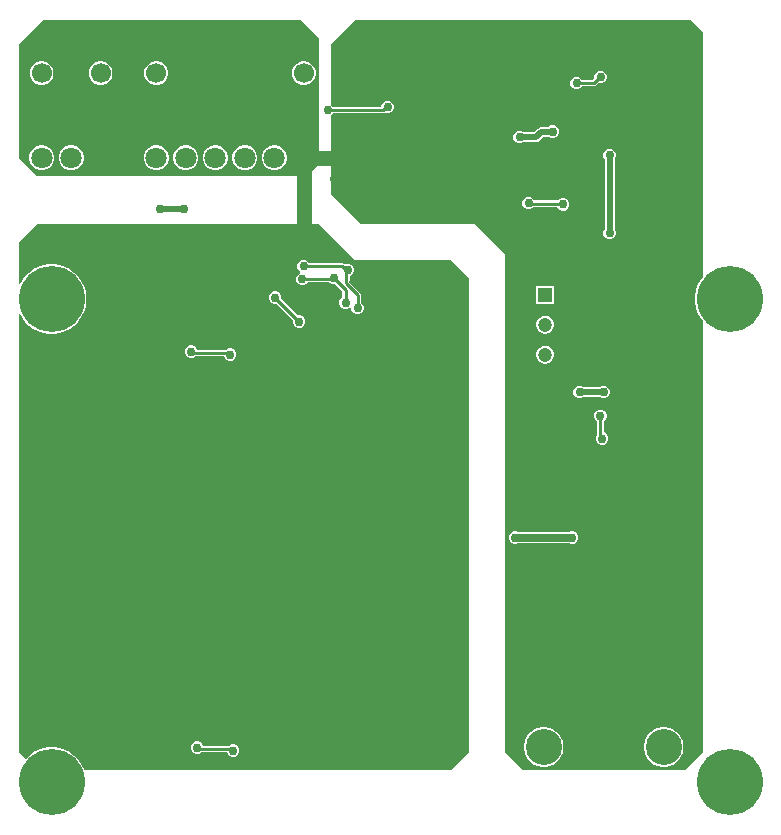
<source format=gbr>
%TF.GenerationSoftware,Altium Limited,Altium Designer,23.3.1 (30)*%
G04 Layer_Physical_Order=2*
G04 Layer_Color=16711680*
%FSLAX45Y45*%
%MOMM*%
%TF.SameCoordinates,6F745D81-4E65-4738-B163-C7EBCDBB3273*%
%TF.FilePolarity,Positive*%
%TF.FileFunction,Copper,L2,Bot,Signal*%
%TF.Part,Single*%
G01*
G75*
%TA.AperFunction,Conductor*%
%ADD28C,0.63500*%
%ADD29C,0.50800*%
%ADD30C,0.25400*%
%ADD32C,1.27000*%
%TA.AperFunction,ComponentPad*%
%ADD33C,1.40000*%
%ADD34R,1.40000X1.40000*%
%ADD35C,3.05000*%
%ADD36C,1.20000*%
%ADD37R,1.20000X1.20000*%
%ADD38C,1.70000*%
%ADD39C,1.80000*%
%TA.AperFunction,ViaPad*%
%ADD40C,5.58800*%
%ADD41C,1.27000*%
%ADD42C,0.76200*%
G36*
X14376401Y11023600D02*
X14376401Y8949630D01*
X14353001Y8917425D01*
X14331946Y8876102D01*
X14317615Y8831995D01*
X14310361Y8786189D01*
Y8739811D01*
X14317615Y8694005D01*
X14331946Y8649898D01*
X14353001Y8608575D01*
X14376401Y8576370D01*
X14376399Y4927599D01*
X14223999Y4775199D01*
X12852399Y4775200D01*
X12700000Y4927600D01*
Y9144000D01*
X12446000Y9398000D01*
X11480800D01*
X11226800Y9652000D01*
Y10315986D01*
X11231615Y10317981D01*
X11246619Y10332985D01*
X11247335Y10334713D01*
X11670252D01*
X11670254Y10334712D01*
X11681155Y10336881D01*
X11686406Y10340390D01*
X11698790Y10335260D01*
X11720010D01*
X11739615Y10343381D01*
X11754619Y10358385D01*
X11762740Y10377990D01*
Y10399210D01*
X11754619Y10418815D01*
X11739615Y10433819D01*
X11720010Y10441940D01*
X11698790D01*
X11679185Y10433819D01*
X11664181Y10418815D01*
X11656060Y10399210D01*
Y10391687D01*
X11247335D01*
X11246619Y10393415D01*
X11231615Y10408419D01*
X11226800Y10410414D01*
Y10922000D01*
X11430000Y11125200D01*
X14274800D01*
X14376401Y11023600D01*
D02*
G37*
G36*
X11125200Y10972800D02*
Y9906000D01*
X11023600Y9804400D01*
X8737600D01*
X8585200Y9956800D01*
Y10922000D01*
X8788400Y11125200D01*
X10972800D01*
X11125200Y10972800D01*
D02*
G37*
G36*
X11430000Y9093200D02*
X12242800D01*
X12395200Y8940800D01*
Y4927600D01*
X12242800Y4775200D01*
X9141391D01*
X9137654Y4786702D01*
X9116599Y4828025D01*
X9089339Y4865545D01*
X9056545Y4898339D01*
X9019025Y4925599D01*
X8977702Y4946654D01*
X8933595Y4960985D01*
X8887789Y4968240D01*
X8841411D01*
X8795605Y4960985D01*
X8751498Y4946654D01*
X8710175Y4925599D01*
X8672655Y4898339D01*
X8643558Y4869242D01*
X8585200Y4927600D01*
Y8634379D01*
X8597900Y8637428D01*
X8612601Y8608575D01*
X8639861Y8571055D01*
X8672655Y8538261D01*
X8710175Y8511001D01*
X8751498Y8489946D01*
X8795605Y8475615D01*
X8841411Y8468360D01*
X8887789D01*
X8933595Y8475615D01*
X8977702Y8489946D01*
X9019025Y8511001D01*
X9056545Y8538261D01*
X9089339Y8571055D01*
X9116599Y8608575D01*
X9137654Y8649898D01*
X9151985Y8694005D01*
X9159240Y8739811D01*
Y8786189D01*
X9151985Y8831995D01*
X9137654Y8876102D01*
X9116599Y8917425D01*
X9089339Y8954945D01*
X9056545Y8987739D01*
X9019025Y9014999D01*
X8977702Y9036054D01*
X8933595Y9050385D01*
X8887789Y9057640D01*
X8841411D01*
X8795605Y9050385D01*
X8751498Y9036054D01*
X8710175Y9014999D01*
X8672655Y8987739D01*
X8639861Y8954945D01*
X8612601Y8917425D01*
X8597900Y8888572D01*
X8585200Y8891621D01*
Y9245600D01*
X8737600Y9398000D01*
X11125200D01*
X11430000Y9093200D01*
D02*
G37*
%LPC*%
G36*
X13523410Y10695940D02*
X13502190D01*
X13482585Y10687819D01*
X13467581Y10672815D01*
X13459460Y10653210D01*
Y10635710D01*
X13444037Y10620287D01*
X13355534D01*
X13354819Y10622015D01*
X13339815Y10637019D01*
X13320210Y10645140D01*
X13298990D01*
X13279385Y10637019D01*
X13264381Y10622015D01*
X13256261Y10602410D01*
Y10581190D01*
X13264381Y10561585D01*
X13279385Y10546581D01*
X13298990Y10538460D01*
X13320210D01*
X13339815Y10546581D01*
X13354819Y10561585D01*
X13355534Y10563313D01*
X13455836D01*
X13455836Y10563312D01*
X13466739Y10565481D01*
X13475981Y10571656D01*
X13496104Y10591780D01*
X13502190Y10589260D01*
X13523410D01*
X13543015Y10597381D01*
X13558018Y10612385D01*
X13566141Y10631990D01*
Y10653210D01*
X13558018Y10672815D01*
X13543015Y10687819D01*
X13523410Y10695940D01*
D02*
G37*
G36*
X13117429Y10234904D02*
X13096210D01*
X13076604Y10226783D01*
X13067961Y10218140D01*
X13009222D01*
X12993365Y10214986D01*
X12979922Y10206004D01*
X12949956Y10176036D01*
X12860999D01*
X12857214Y10179819D01*
X12837610Y10187940D01*
X12816389D01*
X12796785Y10179819D01*
X12781781Y10164815D01*
X12773660Y10145210D01*
Y10123990D01*
X12781781Y10104385D01*
X12796785Y10089381D01*
X12816389Y10081260D01*
X12837610D01*
X12857214Y10089381D01*
X12860999Y10093164D01*
X12967117D01*
X12982974Y10096318D01*
X12996419Y10105300D01*
X13026385Y10135268D01*
X13079202D01*
X13096210Y10128224D01*
X13117429D01*
X13137033Y10136344D01*
X13152039Y10151349D01*
X13160159Y10170953D01*
Y10192174D01*
X13152039Y10211778D01*
X13137033Y10226783D01*
X13117429Y10234904D01*
D02*
G37*
G36*
X12913811Y9629140D02*
X12892590D01*
X12872984Y9621019D01*
X12857980Y9606015D01*
X12849860Y9586410D01*
Y9565190D01*
X12857980Y9545585D01*
X12872984Y9530581D01*
X12892590Y9522460D01*
X12913811D01*
X12933415Y9530581D01*
X12945067Y9542233D01*
X13147412D01*
X13150232Y9535425D01*
X13165237Y9520421D01*
X13184840Y9512300D01*
X13206061D01*
X13225665Y9520421D01*
X13240671Y9535425D01*
X13248792Y9555030D01*
Y9576250D01*
X13240671Y9595855D01*
X13225665Y9610859D01*
X13206061Y9618980D01*
X13184840D01*
X13165237Y9610859D01*
X13153584Y9599207D01*
X12951239D01*
X12948419Y9606015D01*
X12933415Y9621019D01*
X12913811Y9629140D01*
D02*
G37*
G36*
X13599609Y10035540D02*
X13578391D01*
X13558784Y10027419D01*
X13543781Y10012415D01*
X13535660Y9992810D01*
Y9971590D01*
X13543781Y9951985D01*
X13547565Y9948202D01*
Y9355798D01*
X13543781Y9352015D01*
X13535660Y9332410D01*
Y9311190D01*
X13543781Y9291585D01*
X13558784Y9276581D01*
X13578391Y9268460D01*
X13599609D01*
X13619215Y9276581D01*
X13634219Y9291585D01*
X13642340Y9311190D01*
Y9332410D01*
X13634219Y9352015D01*
X13630437Y9355798D01*
Y9948202D01*
X13634219Y9951985D01*
X13642340Y9971590D01*
Y9992810D01*
X13634219Y10012415D01*
X13619215Y10027419D01*
X13599609Y10035540D01*
D02*
G37*
G36*
X13117641Y8876340D02*
X12967160D01*
Y8725860D01*
X13117641D01*
Y8876340D01*
D02*
G37*
G36*
X13052306Y8622340D02*
X13032494D01*
X13013358Y8617212D01*
X12996202Y8607307D01*
X12982193Y8593298D01*
X12972287Y8576142D01*
X12967160Y8557005D01*
Y8537195D01*
X12972287Y8518058D01*
X12982193Y8500902D01*
X12996202Y8486893D01*
X13013358Y8476988D01*
X13032494Y8471860D01*
X13052306D01*
X13071442Y8476988D01*
X13088599Y8486893D01*
X13102608Y8500902D01*
X13112512Y8518058D01*
X13117641Y8537195D01*
Y8557005D01*
X13112512Y8576142D01*
X13102608Y8593298D01*
X13088599Y8607307D01*
X13071442Y8617212D01*
X13052306Y8622340D01*
D02*
G37*
G36*
Y8368340D02*
X13032494D01*
X13013358Y8363212D01*
X12996202Y8353307D01*
X12982193Y8339298D01*
X12972287Y8322142D01*
X12967160Y8303005D01*
Y8283195D01*
X12972287Y8264058D01*
X12982193Y8246902D01*
X12996202Y8232893D01*
X13013358Y8222988D01*
X13032494Y8217860D01*
X13052306D01*
X13071442Y8222988D01*
X13088599Y8232893D01*
X13102608Y8246902D01*
X13112512Y8264058D01*
X13117641Y8283195D01*
Y8303005D01*
X13112512Y8322142D01*
X13102608Y8339298D01*
X13088599Y8353307D01*
X13071442Y8363212D01*
X13052306Y8368340D01*
D02*
G37*
G36*
X13548810Y8028940D02*
X13527589D01*
X13507985Y8020819D01*
X13504202Y8017036D01*
X13368999D01*
X13365215Y8020819D01*
X13345610Y8028940D01*
X13324390D01*
X13304785Y8020819D01*
X13289781Y8005815D01*
X13281660Y7986210D01*
Y7964990D01*
X13289781Y7945385D01*
X13304785Y7930381D01*
X13324390Y7922260D01*
X13345610D01*
X13365215Y7930381D01*
X13368999Y7934164D01*
X13504202D01*
X13507985Y7930381D01*
X13527589Y7922260D01*
X13548810D01*
X13568414Y7930381D01*
X13583418Y7945385D01*
X13591541Y7964990D01*
Y7986210D01*
X13583418Y8005815D01*
X13568414Y8020819D01*
X13548810Y8028940D01*
D02*
G37*
G36*
X13521919Y7827691D02*
X13500700D01*
X13481094Y7819571D01*
X13466090Y7804566D01*
X13457970Y7784961D01*
Y7763741D01*
X13466090Y7744137D01*
X13481094Y7729132D01*
X13482823Y7728416D01*
Y7614657D01*
X13480281Y7612115D01*
X13472160Y7592510D01*
Y7571290D01*
X13480281Y7551685D01*
X13495285Y7536681D01*
X13514890Y7528560D01*
X13536110D01*
X13555714Y7536681D01*
X13570718Y7551685D01*
X13578841Y7571290D01*
Y7592510D01*
X13570718Y7612115D01*
X13555714Y7627119D01*
X13539796Y7633713D01*
Y7728416D01*
X13541525Y7729132D01*
X13556529Y7744137D01*
X13564650Y7763741D01*
Y7784961D01*
X13556529Y7804566D01*
X13541525Y7819571D01*
X13521919Y7827691D01*
D02*
G37*
G36*
X13282111Y6797040D02*
X13260890D01*
X13247781Y6791610D01*
X12812617D01*
X12799510Y6797040D01*
X12778290D01*
X12758685Y6788919D01*
X12743681Y6773915D01*
X12735560Y6754310D01*
Y6733090D01*
X12743681Y6713485D01*
X12758685Y6698481D01*
X12778290Y6690360D01*
X12799510D01*
X12812617Y6695790D01*
X13247781D01*
X13260890Y6690360D01*
X13282111D01*
X13301715Y6698481D01*
X13316719Y6713485D01*
X13324840Y6733090D01*
Y6754310D01*
X13316719Y6773915D01*
X13301715Y6788919D01*
X13282111Y6797040D01*
D02*
G37*
G36*
X14062721Y5138240D02*
X14029678D01*
X13997272Y5131794D01*
X13966745Y5119149D01*
X13939272Y5100792D01*
X13915907Y5077428D01*
X13897551Y5049955D01*
X13884906Y5019428D01*
X13878461Y4987021D01*
Y4953979D01*
X13884906Y4921573D01*
X13897551Y4891046D01*
X13915907Y4863572D01*
X13939272Y4840209D01*
X13966745Y4821851D01*
X13997272Y4809207D01*
X14029678Y4802761D01*
X14062721D01*
X14095128Y4809207D01*
X14125655Y4821851D01*
X14153128Y4840209D01*
X14176492Y4863572D01*
X14194849Y4891046D01*
X14207494Y4921573D01*
X14213940Y4953979D01*
Y4987021D01*
X14207494Y5019428D01*
X14194849Y5049955D01*
X14176492Y5077428D01*
X14153128Y5100792D01*
X14125655Y5119149D01*
X14095128Y5131794D01*
X14062721Y5138240D01*
D02*
G37*
G36*
X13046721D02*
X13013680D01*
X12981271Y5131794D01*
X12950745Y5119149D01*
X12923273Y5100792D01*
X12899908Y5077428D01*
X12881551Y5049955D01*
X12868906Y5019428D01*
X12862460Y4987021D01*
Y4953979D01*
X12868906Y4921573D01*
X12881551Y4891046D01*
X12899908Y4863572D01*
X12923273Y4840209D01*
X12950745Y4821851D01*
X12981271Y4809207D01*
X13013680Y4802761D01*
X13046721D01*
X13079128Y4809207D01*
X13109656Y4821851D01*
X13137128Y4840209D01*
X13160492Y4863572D01*
X13178848Y4891046D01*
X13191495Y4921573D01*
X13197940Y4953979D01*
Y4987021D01*
X13191495Y5019428D01*
X13178848Y5049955D01*
X13160492Y5077428D01*
X13137128Y5100792D01*
X13109656Y5119149D01*
X13079128Y5131794D01*
X13046721Y5138240D01*
D02*
G37*
G36*
X11014097Y10777340D02*
X10987703D01*
X10962209Y10770508D01*
X10939352Y10757311D01*
X10920688Y10738648D01*
X10907492Y10715791D01*
X10900660Y10690297D01*
Y10663903D01*
X10907492Y10638409D01*
X10920688Y10615551D01*
X10939352Y10596888D01*
X10962209Y10583691D01*
X10987703Y10576860D01*
X11014097D01*
X11039591Y10583691D01*
X11062449Y10596888D01*
X11081112Y10615551D01*
X11094309Y10638409D01*
X11101140Y10663903D01*
Y10690297D01*
X11094309Y10715791D01*
X11081112Y10738648D01*
X11062449Y10757311D01*
X11039591Y10770508D01*
X11014097Y10777340D01*
D02*
G37*
G36*
X9764097D02*
X9737703D01*
X9712209Y10770508D01*
X9689351Y10757311D01*
X9670688Y10738648D01*
X9657491Y10715791D01*
X9650660Y10690297D01*
Y10663903D01*
X9657491Y10638409D01*
X9670688Y10615551D01*
X9689351Y10596888D01*
X9712209Y10583691D01*
X9737703Y10576860D01*
X9764097D01*
X9789591Y10583691D01*
X9812448Y10596888D01*
X9831112Y10615551D01*
X9844308Y10638409D01*
X9851140Y10663903D01*
Y10690297D01*
X9844308Y10715791D01*
X9831112Y10738648D01*
X9812448Y10757311D01*
X9789591Y10770508D01*
X9764097Y10777340D01*
D02*
G37*
G36*
X9292897D02*
X9266503D01*
X9241009Y10770508D01*
X9218151Y10757311D01*
X9199488Y10738648D01*
X9186292Y10715791D01*
X9179460Y10690297D01*
Y10663903D01*
X9186292Y10638409D01*
X9199488Y10615551D01*
X9218151Y10596888D01*
X9241009Y10583691D01*
X9266503Y10576860D01*
X9292897D01*
X9318391Y10583691D01*
X9341249Y10596888D01*
X9359912Y10615551D01*
X9373109Y10638409D01*
X9379940Y10663903D01*
Y10690297D01*
X9373109Y10715791D01*
X9359912Y10738648D01*
X9341249Y10757311D01*
X9318391Y10770508D01*
X9292897Y10777340D01*
D02*
G37*
G36*
X8792897D02*
X8766503D01*
X8741009Y10770508D01*
X8718151Y10757311D01*
X8699488Y10738648D01*
X8686291Y10715791D01*
X8679460Y10690297D01*
Y10663903D01*
X8686291Y10638409D01*
X8699488Y10615551D01*
X8718151Y10596888D01*
X8741009Y10583691D01*
X8766503Y10576860D01*
X8792897D01*
X8818391Y10583691D01*
X8841249Y10596888D01*
X8859912Y10615551D01*
X8873108Y10638409D01*
X8879940Y10663903D01*
Y10690297D01*
X8873108Y10715791D01*
X8859912Y10738648D01*
X8841249Y10757311D01*
X8818391Y10770508D01*
X8792897Y10777340D01*
D02*
G37*
G36*
X10764755Y10064340D02*
X10737045D01*
X10710279Y10057168D01*
X10686281Y10043313D01*
X10666687Y10023719D01*
X10652832Y9999721D01*
X10645660Y9972955D01*
Y9945245D01*
X10652832Y9918479D01*
X10666687Y9894481D01*
X10686281Y9874887D01*
X10710279Y9861032D01*
X10737045Y9853860D01*
X10764755D01*
X10791521Y9861032D01*
X10815519Y9874887D01*
X10835113Y9894481D01*
X10848968Y9918479D01*
X10856140Y9945245D01*
Y9972955D01*
X10848968Y9999721D01*
X10835113Y10023719D01*
X10815519Y10043313D01*
X10791521Y10057168D01*
X10764755Y10064340D01*
D02*
G37*
G36*
X10514755D02*
X10487045D01*
X10460279Y10057168D01*
X10436281Y10043313D01*
X10416687Y10023719D01*
X10402832Y9999721D01*
X10395660Y9972955D01*
Y9945245D01*
X10402832Y9918479D01*
X10416687Y9894481D01*
X10436281Y9874887D01*
X10460279Y9861032D01*
X10487045Y9853860D01*
X10514755D01*
X10541521Y9861032D01*
X10565519Y9874887D01*
X10585113Y9894481D01*
X10598968Y9918479D01*
X10606140Y9945245D01*
Y9972955D01*
X10598968Y9999721D01*
X10585113Y10023719D01*
X10565519Y10043313D01*
X10541521Y10057168D01*
X10514755Y10064340D01*
D02*
G37*
G36*
X10264755D02*
X10237045D01*
X10210279Y10057168D01*
X10186281Y10043313D01*
X10166687Y10023719D01*
X10152832Y9999721D01*
X10145660Y9972955D01*
Y9945245D01*
X10152832Y9918479D01*
X10166687Y9894481D01*
X10186281Y9874887D01*
X10210279Y9861032D01*
X10237045Y9853860D01*
X10264755D01*
X10291521Y9861032D01*
X10315519Y9874887D01*
X10335113Y9894481D01*
X10348968Y9918479D01*
X10356140Y9945245D01*
Y9972955D01*
X10348968Y9999721D01*
X10335113Y10023719D01*
X10315519Y10043313D01*
X10291521Y10057168D01*
X10264755Y10064340D01*
D02*
G37*
G36*
X10014755D02*
X9987045D01*
X9960279Y10057168D01*
X9936281Y10043313D01*
X9916687Y10023719D01*
X9902832Y9999721D01*
X9895660Y9972955D01*
Y9945245D01*
X9902832Y9918479D01*
X9916687Y9894481D01*
X9936281Y9874887D01*
X9960279Y9861032D01*
X9987045Y9853860D01*
X10014755D01*
X10041521Y9861032D01*
X10065519Y9874887D01*
X10085113Y9894481D01*
X10098968Y9918479D01*
X10106140Y9945245D01*
Y9972955D01*
X10098968Y9999721D01*
X10085113Y10023719D01*
X10065519Y10043313D01*
X10041521Y10057168D01*
X10014755Y10064340D01*
D02*
G37*
G36*
X9764755D02*
X9737045D01*
X9710279Y10057168D01*
X9686281Y10043313D01*
X9666687Y10023719D01*
X9652832Y9999721D01*
X9645660Y9972955D01*
Y9945245D01*
X9652832Y9918479D01*
X9666687Y9894481D01*
X9686281Y9874887D01*
X9710279Y9861032D01*
X9737045Y9853860D01*
X9764755D01*
X9791521Y9861032D01*
X9815519Y9874887D01*
X9835113Y9894481D01*
X9848968Y9918479D01*
X9856140Y9945245D01*
Y9972955D01*
X9848968Y9999721D01*
X9835113Y10023719D01*
X9815519Y10043313D01*
X9791521Y10057168D01*
X9764755Y10064340D01*
D02*
G37*
G36*
X9043555D02*
X9015845D01*
X8989079Y10057168D01*
X8965081Y10043313D01*
X8945487Y10023719D01*
X8931632Y9999721D01*
X8924460Y9972955D01*
Y9945245D01*
X8931632Y9918479D01*
X8945487Y9894481D01*
X8965081Y9874887D01*
X8989079Y9861032D01*
X9015845Y9853860D01*
X9043555D01*
X9070321Y9861032D01*
X9094319Y9874887D01*
X9113913Y9894481D01*
X9127768Y9918479D01*
X9134940Y9945245D01*
Y9972955D01*
X9127768Y9999721D01*
X9113913Y10023719D01*
X9094319Y10043313D01*
X9070321Y10057168D01*
X9043555Y10064340D01*
D02*
G37*
G36*
X8793555D02*
X8765845D01*
X8739079Y10057168D01*
X8715081Y10043313D01*
X8695487Y10023719D01*
X8681632Y9999721D01*
X8674460Y9972955D01*
Y9945245D01*
X8681632Y9918479D01*
X8695487Y9894481D01*
X8715081Y9874887D01*
X8739079Y9861032D01*
X8765845Y9853860D01*
X8793555D01*
X8820321Y9861032D01*
X8844319Y9874887D01*
X8863913Y9894481D01*
X8877768Y9918479D01*
X8884940Y9945245D01*
Y9972955D01*
X8877768Y9999721D01*
X8863913Y10023719D01*
X8844319Y10043313D01*
X8820321Y10057168D01*
X8793555Y10064340D01*
D02*
G37*
G36*
X11008810Y9095740D02*
X10987590D01*
X10967985Y9087619D01*
X10952981Y9072615D01*
X10944860Y9053010D01*
Y9031790D01*
X10952981Y9012185D01*
X10967985Y8997181D01*
X10970004Y8996344D01*
Y8982598D01*
X10957723Y8977510D01*
X10942718Y8962506D01*
X10934597Y8942901D01*
Y8921681D01*
X10942718Y8902076D01*
X10957723Y8887072D01*
X10977327Y8878951D01*
X10998547D01*
X11018152Y8887072D01*
X11033157Y8902076D01*
X11035635Y8908058D01*
X11209508D01*
X11221985Y8895581D01*
X11241590Y8887460D01*
X11262810D01*
X11264537Y8888176D01*
X11325040Y8827672D01*
Y8777891D01*
X11323313Y8777176D01*
X11308308Y8762171D01*
X11300187Y8742566D01*
Y8721346D01*
X11308308Y8701742D01*
X11323313Y8686737D01*
X11342917Y8678616D01*
X11364138D01*
X11383742Y8686737D01*
X11389360Y8692355D01*
X11402060Y8687094D01*
Y8676190D01*
X11410181Y8656585D01*
X11425185Y8641581D01*
X11444790Y8633460D01*
X11466010D01*
X11485615Y8641581D01*
X11500619Y8656585D01*
X11508740Y8676190D01*
Y8697410D01*
X11500619Y8717015D01*
X11485615Y8732019D01*
X11483887Y8732735D01*
Y8795074D01*
X11481719Y8805975D01*
X11475544Y8815217D01*
X11475543Y8815218D01*
X11382287Y8908474D01*
Y8917192D01*
X11387581Y8925114D01*
X11389749Y8936016D01*
Y8960321D01*
X11401196Y8965063D01*
X11416201Y8980068D01*
X11424322Y8999672D01*
Y9020892D01*
X11416201Y9040497D01*
X11401196Y9055502D01*
X11381592Y9063622D01*
X11360371D01*
X11347882Y9058448D01*
X11343786Y9062544D01*
X11334544Y9068719D01*
X11323643Y9070888D01*
X11323641Y9070887D01*
X11044135D01*
X11043419Y9072615D01*
X11028415Y9087619D01*
X11008810Y9095740D01*
D02*
G37*
G36*
X10767510Y8829040D02*
X10746290D01*
X10726685Y8820919D01*
X10711681Y8805915D01*
X10703560Y8786310D01*
Y8765090D01*
X10711681Y8745485D01*
X10726685Y8730481D01*
X10746290Y8722360D01*
X10767510D01*
X10769237Y8723076D01*
X10907476Y8584837D01*
X10906760Y8583110D01*
Y8561890D01*
X10914881Y8542285D01*
X10929885Y8527281D01*
X10949490Y8519160D01*
X10970710D01*
X10990315Y8527281D01*
X11005319Y8542285D01*
X11013440Y8561890D01*
Y8583110D01*
X11005319Y8602715D01*
X10990315Y8617719D01*
X10970710Y8625840D01*
X10949490D01*
X10947763Y8625124D01*
X10809524Y8763363D01*
X10810240Y8765090D01*
Y8786310D01*
X10802119Y8805915D01*
X10787115Y8820919D01*
X10767510Y8829040D01*
D02*
G37*
G36*
X10056310Y8371840D02*
X10035090D01*
X10015485Y8363719D01*
X10000481Y8348715D01*
X9992360Y8329110D01*
Y8307890D01*
X10000481Y8288285D01*
X10015485Y8273281D01*
X10035090Y8265160D01*
X10056310D01*
X10075915Y8273281D01*
X10079947Y8277313D01*
X10324705D01*
X10330681Y8262885D01*
X10345685Y8247881D01*
X10365290Y8239760D01*
X10386510D01*
X10406115Y8247881D01*
X10421119Y8262885D01*
X10429240Y8282490D01*
Y8303710D01*
X10421119Y8323315D01*
X10406115Y8338319D01*
X10386510Y8346440D01*
X10365290D01*
X10345685Y8338319D01*
X10341653Y8334287D01*
X10096895D01*
X10090919Y8348715D01*
X10075915Y8363719D01*
X10056310Y8371840D01*
D02*
G37*
G36*
X10107110Y5019040D02*
X10085890D01*
X10066285Y5010919D01*
X10051281Y4995915D01*
X10043160Y4976310D01*
Y4955090D01*
X10051281Y4935485D01*
X10066285Y4920481D01*
X10085890Y4912360D01*
X10107110D01*
X10126715Y4920481D01*
X10130747Y4924513D01*
X10350105D01*
X10356081Y4910085D01*
X10371085Y4895081D01*
X10390690Y4886960D01*
X10411910D01*
X10431515Y4895081D01*
X10446519Y4910085D01*
X10454640Y4929690D01*
Y4950910D01*
X10446519Y4970515D01*
X10431515Y4985519D01*
X10411910Y4993640D01*
X10390690D01*
X10371085Y4985519D01*
X10367053Y4981487D01*
X10147695D01*
X10141719Y4995915D01*
X10126715Y5010919D01*
X10107110Y5019040D01*
D02*
G37*
%LPD*%
D28*
X12788900Y6743700D02*
X13271500D01*
D29*
X12967117Y10134600D02*
X13009222Y10176704D01*
X13101959D02*
X13106819Y10181564D01*
X13009222Y10176704D02*
X13101959D01*
X12827000Y10134600D02*
X12967117D01*
X13335001Y7975600D02*
X13538200D01*
X13589000Y9321800D02*
Y9982200D01*
X9779000Y9525000D02*
X9982200D01*
D30*
X10992192Y8936545D02*
X11247946D01*
X10987937Y8932291D02*
X10992192Y8936545D01*
X11247946D02*
X11252200Y8940800D01*
X11323643Y9042400D02*
X11346041Y9020002D01*
X11361262D01*
X11353800Y8928554D02*
X11361262Y8936016D01*
Y9000562D01*
X11370982Y9010282D01*
X11353800Y8896674D02*
Y8928554D01*
X10998200Y9042400D02*
X11323643D01*
X11361262Y9020002D02*
X11370982Y9010282D01*
X11353800Y8896674D02*
X11455400Y8795074D01*
Y8686800D02*
Y8795074D01*
X13309599Y10591800D02*
X13455836D01*
X12903200Y9575800D02*
X12908279Y9570720D01*
X13190372D01*
X13195451Y9565640D01*
X11252200Y8940800D02*
X11353527Y8839473D01*
X13455836Y10591800D02*
X13506638Y10642600D01*
X13512801D01*
X11695654Y10388600D02*
X11709400D01*
X11201400Y10363200D02*
X11670254D01*
X11695654Y10388600D01*
X10058400Y8305800D02*
X10363200D01*
X10375900Y8293100D01*
X10045700Y8318500D02*
X10058400Y8305800D01*
X10109200Y4953000D02*
X10388600D01*
X10096500Y4965700D02*
X10109200Y4953000D01*
X10388600D02*
X10401300Y4940300D01*
X13511310Y7606400D02*
Y7774351D01*
X11353527Y8731956D02*
Y8839473D01*
X10756900Y8775700D02*
X10960100Y8572500D01*
D32*
X11000900Y9369900D02*
X11023600Y9347200D01*
X11000900Y9369900D02*
Y9959100D01*
X11003200Y9956800D02*
X11430000D01*
X11000900Y9959100D02*
X11003200Y9956800D01*
D33*
X13792200Y5478500D02*
D03*
D34*
X13538200D02*
D03*
D35*
X14046201Y4970500D02*
D03*
X13030200D02*
D03*
D36*
X13042400Y8293100D02*
D03*
Y8547100D02*
D03*
D37*
Y8801100D02*
D03*
D38*
X11000900Y10677100D02*
D03*
X9750900D02*
D03*
X9279700D02*
D03*
X8779700D02*
D03*
D39*
X9750900Y9959100D02*
D03*
X10000900D02*
D03*
X10250900D02*
D03*
X10500900D02*
D03*
X10750900D02*
D03*
X11000900D02*
D03*
X9279700D02*
D03*
X9029700D02*
D03*
X8779700D02*
D03*
D40*
X14605000Y8763000D02*
D03*
X8864600D02*
D03*
X14605000Y4673600D02*
D03*
X8864600D02*
D03*
D41*
X11163300Y6692900D02*
D03*
X11137900Y7581900D02*
D03*
X9461500Y9080500D02*
D03*
X10223500Y8699500D02*
D03*
X9080500Y5295900D02*
D03*
X10706100Y5321300D02*
D03*
D42*
X10987937Y8932291D02*
D03*
X13106819Y10181564D02*
D03*
X11370982Y9010282D02*
D03*
X11252200Y8940800D02*
D03*
X11485700Y8978900D02*
D03*
X11455400Y8686800D02*
D03*
X13309599Y10591800D02*
D03*
X12903200Y9575800D02*
D03*
X13195451Y9565640D02*
D03*
X11252200Y9779000D02*
D03*
X13398828Y7696200D02*
D03*
X13538200Y7975600D02*
D03*
X13335001D02*
D03*
X13055600Y10617200D02*
D03*
X13512801Y10642600D02*
D03*
X11709400Y10388600D02*
D03*
X11201400Y10363200D02*
D03*
X11303000Y10261600D02*
D03*
X11328400Y10769600D02*
D03*
X13525500Y7581900D02*
D03*
X13931900Y8102600D02*
D03*
X13340372Y9987485D02*
D03*
X13318620Y10461110D02*
D03*
X12547600Y10325712D02*
D03*
X12192000Y9804400D02*
D03*
X12788900Y6743700D02*
D03*
X13589000Y9321800D02*
D03*
Y9982200D02*
D03*
X12827000Y10134600D02*
D03*
X9779000Y9525000D02*
D03*
X9982200D02*
D03*
X10998200Y9042400D02*
D03*
X13511310Y7774351D02*
D03*
X10401300Y4940300D02*
D03*
X10045700Y8318500D02*
D03*
X13271500Y6743700D02*
D03*
X10756900Y8775700D02*
D03*
X10375900Y8293100D02*
D03*
X10960100Y8572500D02*
D03*
X10096500Y4965700D02*
D03*
X11353527Y8731956D02*
D03*
%TF.MD5,577269b881fb5e3b298ed1b1012d4900*%
M02*

</source>
